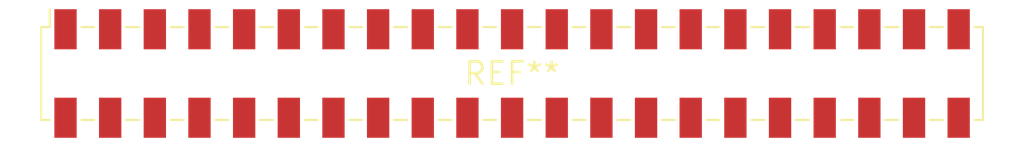
<source format=kicad_pcb>
(kicad_pcb (version 20240108) (generator pcbnew)
  (layers (0 "F.Cu" signal) (31 "B.Cu" signal) (34 "B.Paste" user) (35 "F.Paste" user) (36 "B.SilkS" user "B.Silkscreen") (37 "F.SilkS" user "F.Silkscreen") (38 "B.Mask" user) (39 "F.Mask" user) (44 "Edge.Cuts" user))
  (net 0 "")
  (footprint "Samtec_HLE-121-02-xxx-DV-A_2x21_P2.54mm_Horizontal" (layer "F.Cu") (at 0 0)
    (property "Reference" "REF**")
    (property "Value" "Samtec_HLE-121-02-xxx-DV-A_2x21_P2.54mm_Horizontal")
    (fp_line (start -26.78 -2.65) (end -26.78 2.65) (layer "F.SilkS") (stroke (width 0.12)))
    (fp_line (start -26.78 2.65) (end -26.295 2.65) (layer "F.SilkS") (stroke (width 0.12)))
    (fp_line (start -26.295 -3.67) (end -26.295 -2.65) (layer "F.SilkS") (stroke (width 0.12)))
    (fp_line (start -26.295 -2.65) (end -26.78 -2.65) (layer "F.SilkS") (stroke (width 0.12)))
    (fp_line (start -24.505 -2.65) (end -23.755 -2.65) (layer "F.SilkS") (stroke (width 0.12)))
    (fp_line (start -24.505 2.65) (end -23.755 2.65) (layer "F.SilkS") (stroke (width 0.12)))
    (fp_line (start -21.965 -2.65) (end -21.215 -2.65) (layer "F.SilkS") (stroke (width 0.12)))
    (fp_line (start -21.965 2.65) (end -21.215 2.65) (layer "F.SilkS") (stroke (width 0.12)))
    (fp_line (start -19.425 -2.65) (end -18.675 -2.65) (layer "F.SilkS") (stroke (width 0.12)))
    (fp_line (start -19.425 2.65) (end -18.675 2.65) (layer "F.SilkS") (stroke (width 0.12)))
    (fp_line (start -16.885 -2.65) (end -16.135 -2.65) (layer "F.SilkS") (stroke (width 0.12)))
    (fp_line (start -16.885 2.65) (end -16.135 2.65) (layer "F.SilkS") (stroke (width 0.12)))
    (fp_line (start -14.345 -2.65) (end -13.595 -2.65) (layer "F.SilkS") (stroke (width 0.12)))
    (fp_line (start -14.345 2.65) (end -13.595 2.65) (layer "F.SilkS") (stroke (width 0.12)))
    (fp_line (start -11.805 -2.65) (end -11.055 -2.65) (layer "F.SilkS") (stroke (width 0.12)))
    (fp_line (start -11.805 2.65) (end -11.055 2.65) (layer "F.SilkS") (stroke (width 0.12)))
    (fp_line (start -9.265 -2.65) (end -8.515 -2.65) (layer "F.SilkS") (stroke (width 0.12)))
    (fp_line (start -9.265 2.65) (end -8.515 2.65) (layer "F.SilkS") (stroke (width 0.12)))
    (fp_line (start -6.725 -2.65) (end -5.975 -2.65) (layer "F.SilkS") (stroke (width 0.12)))
    (fp_line (start -6.725 2.65) (end -5.975 2.65) (layer "F.SilkS") (stroke (width 0.12)))
    (fp_line (start -4.185 -2.65) (end -3.435 -2.65) (layer "F.SilkS") (stroke (width 0.12)))
    (fp_line (start -4.185 2.65) (end -3.435 2.65) (layer "F.SilkS") (stroke (width 0.12)))
    (fp_line (start -1.645 -2.65) (end -0.895 -2.65) (layer "F.SilkS") (stroke (width 0.12)))
    (fp_line (start -1.645 2.65) (end -0.895 2.65) (layer "F.SilkS") (stroke (width 0.12)))
    (fp_line (start 0.895 -2.65) (end 1.645 -2.65) (layer "F.SilkS") (stroke (width 0.12)))
    (fp_line (start 0.895 2.65) (end 1.645 2.65) (layer "F.SilkS") (stroke (width 0.12)))
    (fp_line (start 3.435 -2.65) (end 4.185 -2.65) (layer "F.SilkS") (stroke (width 0.12)))
    (fp_line (start 3.435 2.65) (end 4.185 2.65) (layer "F.SilkS") (stroke (width 0.12)))
    (fp_line (start 5.975 -2.65) (end 6.725 -2.65) (layer "F.SilkS") (stroke (width 0.12)))
    (fp_line (start 5.975 2.65) (end 6.725 2.65) (layer "F.SilkS") (stroke (width 0.12)))
    (fp_line (start 8.515 -2.65) (end 9.265 -2.65) (layer "F.SilkS") (stroke (width 0.12)))
    (fp_line (start 8.515 2.65) (end 9.265 2.65) (layer "F.SilkS") (stroke (width 0.12)))
    (fp_line (start 11.055 -2.65) (end 11.805 -2.65) (layer "F.SilkS") (stroke (width 0.12)))
    (fp_line (start 11.055 2.65) (end 11.805 2.65) (layer "F.SilkS") (stroke (width 0.12)))
    (fp_line (start 13.595 -2.65) (end 14.345 -2.65) (layer "F.SilkS") (stroke (width 0.12)))
    (fp_line (start 13.595 2.65) (end 14.345 2.65) (layer "F.SilkS") (stroke (width 0.12)))
    (fp_line (start 16.135 -2.65) (end 16.885 -2.65) (layer "F.SilkS") (stroke (width 0.12)))
    (fp_line (start 16.135 2.65) (end 16.885 2.65) (layer "F.SilkS") (stroke (width 0.12)))
    (fp_line (start 18.675 -2.65) (end 19.425 -2.65) (layer "F.SilkS") (stroke (width 0.12)))
    (fp_line (start 18.675 2.65) (end 19.425 2.65) (layer "F.SilkS") (stroke (width 0.12)))
    (fp_line (start 21.215 -2.65) (end 21.965 -2.65) (layer "F.SilkS") (stroke (width 0.12)))
    (fp_line (start 21.215 2.65) (end 21.965 2.65) (layer "F.SilkS") (stroke (width 0.12)))
    (fp_line (start 23.755 -2.65) (end 24.505 -2.65) (layer "F.SilkS") (stroke (width 0.12)))
    (fp_line (start 23.755 2.65) (end 24.505 2.65) (layer "F.SilkS") (stroke (width 0.12)))
    (fp_line (start 26.295 -2.65) (end 26.78 -2.65) (layer "F.SilkS") (stroke (width 0.12)))
    (fp_line (start 26.78 -2.65) (end 26.78 2.65) (layer "F.SilkS") (stroke (width 0.12)))
    (fp_line (start 26.78 2.65) (end 26.295 2.65) (layer "F.SilkS") (stroke (width 0.12)))
    (pad "" np_thru_hole circle (at -24.13 0) (size 1.78 1.78) (drill 1.78) (layers *.Cu *.Mask))
    (pad "" np_thru_hole circle (at 24.13 0) (size 1.78 1.78) (drill 1.78) (layers *.Cu *.Mask))
    (pad "1" smd rect (at -25.4 -2.525) (size 1.27 2.29) (layers "F.Cu" "F.Paste" "F.Mask"))
    (pad "2" smd rect (at -25.4 2.525) (size 1.27 2.29) (layers "F.Cu" "F.Paste" "F.Mask"))
    (pad "3" smd rect (at -22.86 -2.525) (size 1.27 2.29) (layers "F.Cu" "F.Paste" "F.Mask"))
    (pad "4" smd rect (at -22.86 2.525) (size 1.27 2.29) (layers "F.Cu" "F.Paste" "F.Mask"))
    (pad "5" smd rect (at -20.32 -2.525) (size 1.27 2.29) (layers "F.Cu" "F.Paste" "F.Mask"))
    (pad "6" smd rect (at -20.32 2.525) (size 1.27 2.29) (layers "F.Cu" "F.Paste" "F.Mask"))
    (pad "7" smd rect (at -17.78 -2.525) (size 1.27 2.29) (layers "F.Cu" "F.Paste" "F.Mask"))
    (pad "8" smd rect (at -17.78 2.525) (size 1.27 2.29) (layers "F.Cu" "F.Paste" "F.Mask"))
    (pad "9" smd rect (at -15.24 -2.525) (size 1.27 2.29) (layers "F.Cu" "F.Paste" "F.Mask"))
    (pad "10" smd rect (at -15.24 2.525) (size 1.27 2.29) (layers "F.Cu" "F.Paste" "F.Mask"))
    (pad "11" smd rect (at -12.7 -2.525) (size 1.27 2.29) (layers "F.Cu" "F.Paste" "F.Mask"))
    (pad "12" smd rect (at -12.7 2.525) (size 1.27 2.29) (layers "F.Cu" "F.Paste" "F.Mask"))
    (pad "13" smd rect (at -10.16 -2.525) (size 1.27 2.29) (layers "F.Cu" "F.Paste" "F.Mask"))
    (pad "14" smd rect (at -10.16 2.525) (size 1.27 2.29) (layers "F.Cu" "F.Paste" "F.Mask"))
    (pad "15" smd rect (at -7.62 -2.525) (size 1.27 2.29) (layers "F.Cu" "F.Paste" "F.Mask"))
    (pad "16" smd rect (at -7.62 2.525) (size 1.27 2.29) (layers "F.Cu" "F.Paste" "F.Mask"))
    (pad "17" smd rect (at -5.08 -2.525) (size 1.27 2.29) (layers "F.Cu" "F.Paste" "F.Mask"))
    (pad "18" smd rect (at -5.08 2.525) (size 1.27 2.29) (layers "F.Cu" "F.Paste" "F.Mask"))
    (pad "19" smd rect (at -2.54 -2.525) (size 1.27 2.29) (layers "F.Cu" "F.Paste" "F.Mask"))
    (pad "20" smd rect (at -2.54 2.525) (size 1.27 2.29) (layers "F.Cu" "F.Paste" "F.Mask"))
    (pad "21" smd rect (at 0 -2.525) (size 1.27 2.29) (layers "F.Cu" "F.Paste" "F.Mask"))
    (pad "22" smd rect (at 0 2.525) (size 1.27 2.29) (layers "F.Cu" "F.Paste" "F.Mask"))
    (pad "23" smd rect (at 2.54 -2.525) (size 1.27 2.29) (layers "F.Cu" "F.Paste" "F.Mask"))
    (pad "24" smd rect (at 2.54 2.525) (size 1.27 2.29) (layers "F.Cu" "F.Paste" "F.Mask"))
    (pad "25" smd rect (at 5.08 -2.525) (size 1.27 2.29) (layers "F.Cu" "F.Paste" "F.Mask"))
    (pad "26" smd rect (at 5.08 2.525) (size 1.27 2.29) (layers "F.Cu" "F.Paste" "F.Mask"))
    (pad "27" smd rect (at 7.62 -2.525) (size 1.27 2.29) (layers "F.Cu" "F.Paste" "F.Mask"))
    (pad "28" smd rect (at 7.62 2.525) (size 1.27 2.29) (layers "F.Cu" "F.Paste" "F.Mask"))
    (pad "29" smd rect (at 10.16 -2.525) (size 1.27 2.29) (layers "F.Cu" "F.Paste" "F.Mask"))
    (pad "30" smd rect (at 10.16 2.525) (size 1.27 2.29) (layers "F.Cu" "F.Paste" "F.Mask"))
    (pad "31" smd rect (at 12.7 -2.525) (size 1.27 2.29) (layers "F.Cu" "F.Paste" "F.Mask"))
    (pad "32" smd rect (at 12.7 2.525) (size 1.27 2.29) (layers "F.Cu" "F.Paste" "F.Mask"))
    (pad "33" smd rect (at 15.24 -2.525) (size 1.27 2.29) (layers "F.Cu" "F.Paste" "F.Mask"))
    (pad "34" smd rect (at 15.24 2.525) (size 1.27 2.29) (layers "F.Cu" "F.Paste" "F.Mask"))
    (pad "35" smd rect (at 17.78 -2.525) (size 1.27 2.29) (layers "F.Cu" "F.Paste" "F.Mask"))
    (pad "36" smd rect (at 17.78 2.525) (size 1.27 2.29) (layers "F.Cu" "F.Paste" "F.Mask"))
    (pad "37" smd rect (at 20.32 -2.525) (size 1.27 2.29) (layers "F.Cu" "F.Paste" "F.Mask"))
    (pad "38" smd rect (at 20.32 2.525) (size 1.27 2.29) (layers "F.Cu" "F.Paste" "F.Mask"))
    (pad "39" smd rect (at 22.86 -2.525) (size 1.27 2.29) (layers "F.Cu" "F.Paste" "F.Mask"))
    (pad "40" smd rect (at 22.86 2.525) (size 1.27 2.29) (layers "F.Cu" "F.Paste" "F.Mask"))
    (pad "41" smd rect (at 25.4 -2.525) (size 1.27 2.29) (layers "F.Cu" "F.Paste" "F.Mask"))
    (pad "42" smd rect (at 25.4 2.525) (size 1.27 2.29) (layers "F.Cu" "F.Paste" "F.Mask"))
  )
)
</source>
